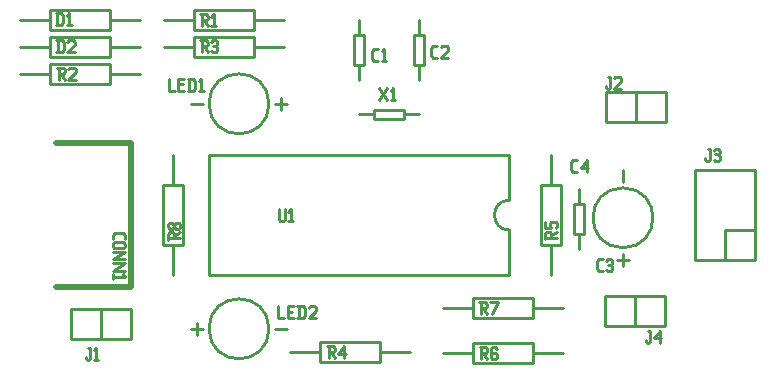
<source format=gbr>
G04 start of page 8 for group -4079 idx -4079 *
G04 Title: m0n5t3r tinyISP, topsilk *
G04 Creator: pcb 1.99z *
G04 CreationDate: Mon 28 Apr 2014 05:03:51 PM GMT UTC *
G04 For: iacobs *
G04 Format: Gerber/RS-274X *
G04 PCB-Dimensions (mil): 2790.00 1510.00 *
G04 PCB-Coordinate-Origin: lower left *
%MOIN*%
%FSLAX25Y25*%
%LNTOPSILK*%
%ADD42C,0.0200*%
%ADD41C,0.0100*%
G54D41*X68139Y57914D02*Y47914D01*
Y87914D02*Y77914D01*
X64839D02*Y57914D01*
Y77914D02*X71439D01*
Y57914D01*
X64839D02*X71439D01*
X34018Y36574D02*X54018D01*
X34018D02*Y26574D01*
X54018D01*
Y36574D02*Y26574D01*
X44018Y36574D02*Y26574D01*
X54018D01*
X74000Y30000D02*X78000D01*
X76000Y32000D02*Y28000D01*
X102000Y30000D02*X106000D01*
X80000D02*G75*G03X80000Y30000I10000J0D01*G01*
X102000Y105000D02*X106000D01*
X104000Y107000D02*Y103000D01*
X74000Y105000D02*X78000D01*
X100000D02*G75*G03X100000Y105000I-10000J0D01*G01*
X47000Y115000D02*X57000D01*
X17000D02*X27000D01*
Y111700D02*X47000D01*
X27000Y118300D02*Y111700D01*
Y118300D02*X47000D01*
Y111700D01*
X17000Y124000D02*X27000D01*
X47000D02*X57000D01*
X27000Y127300D02*X47000D01*
Y120700D01*
X27000D02*X47000D01*
X27000Y127300D02*Y120700D01*
G54D42*X54000Y92000D02*Y44000D01*
X29000Y92000D02*X54000D01*
X29000Y44000D02*X54000D01*
G54D41*X80170Y87902D02*X180170D01*
X80170D02*Y47902D01*
X180170D01*
Y87902D02*Y72902D01*
Y62902D02*Y47902D01*
Y72902D02*G75*G03X180170Y62902I0J-5000D01*G01*
X158000Y37000D02*X168000D01*
X188000D02*X198000D01*
X168000Y40300D02*X188000D01*
Y33700D01*
X168000D02*X188000D01*
X168000Y40300D02*Y33700D01*
X158000Y22027D02*X168000D01*
X188000D02*X198000D01*
X168000Y25327D02*X188000D01*
Y18727D01*
X168000D02*X188000D01*
X168000Y25327D02*Y18727D01*
X107000Y22278D02*X117000D01*
X137000D02*X147000D01*
X117000Y25578D02*X137000D01*
Y18978D01*
X117000D02*X137000D01*
X117000Y25578D02*Y18978D01*
X194000Y58000D02*Y48000D01*
Y88000D02*Y78000D01*
X190700D02*Y58000D01*
Y78000D02*X197300D01*
Y58000D01*
X190700D02*X197300D01*
X203433Y61570D02*Y56570D01*
Y76570D02*Y71570D01*
X201833D02*Y61570D01*
Y71570D02*X205033D01*
Y61570D01*
X201833D02*X205033D01*
X17000Y133000D02*X27000D01*
X47000D02*X57000D01*
X27000Y136300D02*X47000D01*
Y129700D01*
X27000D02*X47000D01*
X27000Y136300D02*Y129700D01*
X95000Y124000D02*X105000D01*
X65000D02*X75000D01*
Y120700D02*X95000D01*
X75000Y127300D02*Y120700D01*
Y127300D02*X95000D01*
Y120700D01*
X150000Y133000D02*Y128000D01*
Y118000D02*Y113000D01*
X151600Y128000D02*Y118000D01*
X148400D02*X151600D01*
X148400Y128000D02*Y118000D01*
Y128000D02*X151600D01*
X130000Y133000D02*Y128000D01*
Y118000D02*Y113000D01*
X131600Y128000D02*Y118000D01*
X128400D02*X131600D01*
X128400Y128000D02*Y118000D01*
Y128000D02*X131600D01*
X145159Y101483D02*X150159D01*
X130159D02*X135159D01*
Y99883D02*X145159D01*
X135159Y103083D02*Y99883D01*
Y103083D02*X145159D01*
Y99883D01*
X95000Y133000D02*X105000D01*
X65000D02*X75000D01*
Y129700D02*X95000D01*
X75000Y136300D02*Y129700D01*
Y136300D02*X95000D01*
Y129700D01*
X212000Y41000D02*X232000D01*
X212000D02*Y31000D01*
X232000D01*
Y41000D02*Y31000D01*
X222000Y41000D02*Y31000D01*
X232000D01*
X212224Y99046D02*X232224D01*
Y109046D02*Y99046D01*
X212224Y109046D02*X232224D01*
X212224D02*Y99046D01*
X222224Y109046D02*Y99046D01*
X212224Y109046D02*X222224D01*
X262000Y83000D02*Y53000D01*
X242000Y83000D02*X262000D01*
X242000D02*Y53000D01*
X262000D01*
X252000Y63000D02*X262000D01*
X252000D02*Y53000D01*
X218000Y55000D02*Y51000D01*
X216000Y53000D02*X220000D01*
X218000Y83000D02*Y79000D01*
Y57000D02*G75*G03X218000Y57000I0J10000D01*G01*
X66439Y61614D02*Y59614D01*
Y61614D02*X66939Y62114D01*
X67939D01*
X68439Y61614D02*X67939Y62114D01*
X68439Y61614D02*Y60114D01*
X66439D02*X70439D01*
X68439Y60914D02*X70439Y62114D01*
X69939Y63314D02*X70439Y63814D01*
X69139Y63314D02*X69939D01*
X69139D02*X68439Y64014D01*
Y64614D02*Y64014D01*
Y64614D02*X69139Y65314D01*
X69939D01*
X70439Y64814D02*X69939Y65314D01*
X70439Y64814D02*Y63814D01*
X67739Y63314D02*X68439Y64014D01*
X66939Y63314D02*X67739D01*
X66939D02*X66439Y63814D01*
Y64814D02*Y63814D01*
Y64814D02*X66939Y65314D01*
X67739D01*
X68439Y64614D02*X67739Y65314D01*
X39582Y23626D02*X40382D01*
Y20126D01*
X39882Y19626D02*X40382Y20126D01*
X39382Y19626D02*X39882D01*
X38882Y20126D02*X39382Y19626D01*
X38882Y20626D02*Y20126D01*
X41582Y22826D02*X42382Y23626D01*
Y19626D01*
X41582D02*X43082D01*
X66600Y113300D02*Y109300D01*
X68600D01*
X69800Y111500D02*X71300D01*
X69800Y109300D02*X71800D01*
X69800Y113300D02*Y109300D01*
Y113300D02*X71800D01*
X73500D02*Y109300D01*
X74800Y113300D02*X75500Y112600D01*
Y110000D01*
X74800Y109300D02*X75500Y110000D01*
X73000Y109300D02*X74800D01*
X73000Y113300D02*X74800D01*
X76700Y112500D02*X77500Y113300D01*
Y109300D01*
X76700D02*X78200D01*
X48000Y61300D02*Y60000D01*
X48700Y62000D02*X48000Y61300D01*
X48700Y62000D02*X51300D01*
X52000Y61300D01*
Y60000D01*
X48500Y58800D02*X51500D01*
X52000Y58300D01*
Y57300D01*
X51500Y56800D01*
X48500D02*X51500D01*
X48000Y57300D02*X48500Y56800D01*
X48000Y58300D02*Y57300D01*
X48500Y58800D02*X48000Y58300D01*
Y55600D02*X52000D01*
X48000Y53100D01*
X52000D01*
X48000Y51900D02*X52000D01*
X48000Y49400D01*
X52000D01*
X51200Y48200D02*X52000Y47400D01*
X48000D02*X52000D01*
X48000Y48200D02*Y46700D01*
X29433Y116929D02*X31433D01*
X31933Y116429D01*
Y115429D01*
X31433Y114929D02*X31933Y115429D01*
X29933Y114929D02*X31433D01*
X29933Y116929D02*Y112929D01*
X30733Y114929D02*X31933Y112929D01*
X33133Y116429D02*X33633Y116929D01*
X35133D01*
X35633Y116429D01*
Y115429D01*
X33133Y112929D02*X35633Y115429D01*
X33133Y112929D02*X35633D01*
X29500Y135100D02*Y131100D01*
X30800Y135100D02*X31500Y134400D01*
Y131800D01*
X30800Y131100D02*X31500Y131800D01*
X29000Y131100D02*X30800D01*
X29000Y135100D02*X30800D01*
X32700Y134300D02*X33500Y135100D01*
Y131100D01*
X32700D02*X34200D01*
X77081Y134893D02*X79081D01*
X79581Y134393D01*
Y133393D01*
X79081Y132893D02*X79581Y133393D01*
X77581Y132893D02*X79081D01*
X77581Y134893D02*Y130893D01*
X78381Y132893D02*X79581Y130893D01*
X80781Y134093D02*X81581Y134893D01*
Y130893D01*
X80781D02*X82281D01*
X29600Y126200D02*Y122200D01*
X30900Y126200D02*X31600Y125500D01*
Y122900D01*
X30900Y122200D02*X31600Y122900D01*
X29100Y122200D02*X30900D01*
X29100Y126200D02*X30900D01*
X32800Y125700D02*X33300Y126200D01*
X34800D01*
X35300Y125700D01*
Y124700D01*
X32800Y122200D02*X35300Y124700D01*
X32800Y122200D02*X35300D01*
X77133Y126099D02*X79133D01*
X79633Y125599D01*
Y124599D01*
X79133Y124099D02*X79633Y124599D01*
X77633Y124099D02*X79133D01*
X77633Y126099D02*Y122099D01*
X78433Y124099D02*X79633Y122099D01*
X80833Y125599D02*X81333Y126099D01*
X82333D01*
X82833Y125599D01*
X82333Y122099D02*X82833Y122599D01*
X81333Y122099D02*X82333D01*
X80833Y122599D02*X81333Y122099D01*
Y124299D02*X82333D01*
X82833Y125599D02*Y124799D01*
Y123799D02*Y122599D01*
Y123799D02*X82333Y124299D01*
X82833Y124799D02*X82333Y124299D01*
X135095Y119308D02*X136395D01*
X134395Y120008D02*X135095Y119308D01*
X134395Y122608D02*Y120008D01*
Y122608D02*X135095Y123308D01*
X136395D01*
X137595Y122508D02*X138395Y123308D01*
Y119308D01*
X137595D02*X139095D01*
X136841Y106217D02*X139341Y110217D01*
X136841D02*X139341Y106217D01*
X140541Y109417D02*X141341Y110217D01*
Y106217D01*
X140541D02*X142041D01*
X103100Y37500D02*Y33500D01*
X105100D01*
X106300Y35700D02*X107800D01*
X106300Y33500D02*X108300D01*
X106300Y37500D02*Y33500D01*
Y37500D02*X108300D01*
X110000D02*Y33500D01*
X111300Y37500D02*X112000Y36800D01*
Y34200D01*
X111300Y33500D02*X112000Y34200D01*
X109500Y33500D02*X111300D01*
X109500Y37500D02*X111300D01*
X113200Y37000D02*X113700Y37500D01*
X115200D01*
X115700Y37000D01*
Y36000D01*
X113200Y33500D02*X115700Y36000D01*
X113200Y33500D02*X115700D01*
X103229Y69799D02*Y66299D01*
X103729Y65799D01*
X104729D01*
X105229Y66299D01*
Y69799D02*Y66299D01*
X106429Y68999D02*X107229Y69799D01*
Y65799D01*
X106429D02*X107929D01*
X119400Y24178D02*X121400D01*
X121900Y23678D01*
Y22678D01*
X121400Y22178D02*X121900Y22678D01*
X119900Y22178D02*X121400D01*
X119900Y24178D02*Y20178D01*
X120700Y22178D02*X121900Y20178D01*
X123100Y21678D02*X125100Y24178D01*
X123100Y21678D02*X125600D01*
X125100Y24178D02*Y20178D01*
X226300Y29400D02*X227100D01*
Y25900D01*
X226600Y25400D02*X227100Y25900D01*
X226100Y25400D02*X226600D01*
X225600Y25900D02*X226100Y25400D01*
X225600Y26400D02*Y25900D01*
X228300Y26900D02*X230300Y29400D01*
X228300Y26900D02*X230800D01*
X230300Y29400D02*Y25400D01*
X170100Y38800D02*X172100D01*
X172600Y38300D01*
Y37300D01*
X172100Y36800D02*X172600Y37300D01*
X170600Y36800D02*X172100D01*
X170600Y38800D02*Y34800D01*
X171400Y36800D02*X172600Y34800D01*
X174300D02*X176300Y38800D01*
X173800D02*X176300D01*
X170200Y23827D02*X172200D01*
X172700Y23327D01*
Y22327D01*
X172200Y21827D02*X172700Y22327D01*
X170700Y21827D02*X172200D01*
X170700Y23827D02*Y19827D01*
X171500Y21827D02*X172700Y19827D01*
X175400Y23827D02*X175900Y23327D01*
X174400Y23827D02*X175400D01*
X173900Y23327D02*X174400Y23827D01*
X173900Y23327D02*Y20327D01*
X174400Y19827D01*
X175400Y22027D02*X175900Y21527D01*
X173900Y22027D02*X175400D01*
X174400Y19827D02*X175400D01*
X175900Y20327D01*
Y21527D02*Y20327D01*
X212924Y114046D02*X213724D01*
Y110546D01*
X213224Y110046D02*X213724Y110546D01*
X212724Y110046D02*X213224D01*
X212224Y110546D02*X212724Y110046D01*
X212224Y111046D02*Y110546D01*
X214924Y113546D02*X215424Y114046D01*
X216924D01*
X217424Y113546D01*
Y112546D01*
X214924Y110046D02*X217424Y112546D01*
X214924Y110046D02*X217424D01*
X246200Y89900D02*X247000D01*
Y86400D01*
X246500Y85900D02*X247000Y86400D01*
X246000Y85900D02*X246500D01*
X245500Y86400D02*X246000Y85900D01*
X245500Y86900D02*Y86400D01*
X248200Y89400D02*X248700Y89900D01*
X249700D01*
X250200Y89400D01*
X249700Y85900D02*X250200Y86400D01*
X248700Y85900D02*X249700D01*
X248200Y86400D02*X248700Y85900D01*
Y88100D02*X249700D01*
X250200Y89400D02*Y88600D01*
Y87600D02*Y86400D01*
Y87600D02*X249700Y88100D01*
X250200Y88600D02*X249700Y88100D01*
X192100Y61900D02*Y59900D01*
Y61900D02*X192600Y62400D01*
X193600D01*
X194100Y61900D02*X193600Y62400D01*
X194100Y61900D02*Y60400D01*
X192100D02*X196100D01*
X194100Y61200D02*X196100Y62400D01*
X192100Y65600D02*Y63600D01*
X194100D01*
X193600Y64100D01*
Y65100D02*Y64100D01*
Y65100D02*X194100Y65600D01*
X195600D01*
X196100Y65100D02*X195600Y65600D01*
X196100Y65100D02*Y64100D01*
X195600Y63600D02*X196100Y64100D01*
X201455Y82182D02*X202755D01*
X200755Y82882D02*X201455Y82182D01*
X200755Y85482D02*Y82882D01*
Y85482D02*X201455Y86182D01*
X202755D01*
X203955Y83682D02*X205955Y86182D01*
X203955Y83682D02*X206455D01*
X205955Y86182D02*Y82182D01*
X209885Y49215D02*X211185D01*
X209185Y49915D02*X209885Y49215D01*
X209185Y52515D02*Y49915D01*
Y52515D02*X209885Y53215D01*
X211185D01*
X212385Y52715D02*X212885Y53215D01*
X213885D01*
X214385Y52715D01*
X213885Y49215D02*X214385Y49715D01*
X212885Y49215D02*X213885D01*
X212385Y49715D02*X212885Y49215D01*
Y51415D02*X213885D01*
X214385Y52715D02*Y51915D01*
Y50915D02*Y49715D01*
Y50915D02*X213885Y51415D01*
X214385Y51915D02*X213885Y51415D01*
X154700Y120400D02*X156000D01*
X154000Y121100D02*X154700Y120400D01*
X154000Y123700D02*Y121100D01*
Y123700D02*X154700Y124400D01*
X156000D01*
X157200Y123900D02*X157700Y124400D01*
X159200D01*
X159700Y123900D01*
Y122900D01*
X157200Y120400D02*X159700Y122900D01*
X157200Y120400D02*X159700D01*
M02*

</source>
